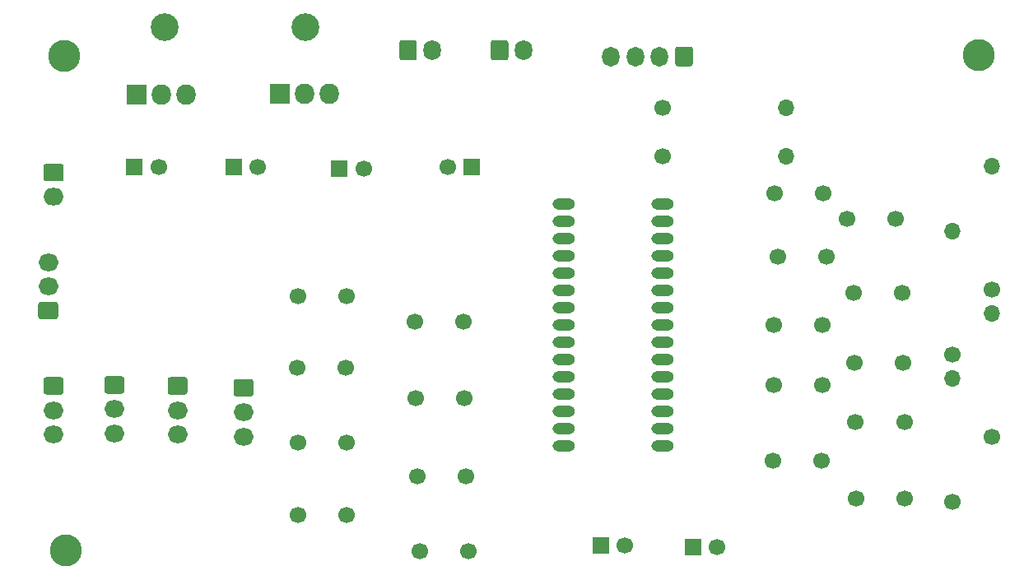
<source format=gbr>
%TF.GenerationSoftware,KiCad,Pcbnew,(5.1.6)-1*%
%TF.CreationDate,2020-09-04T13:31:07+05:30*%
%TF.ProjectId,tda7439,74646137-3433-4392-9e6b-696361645f70,rev?*%
%TF.SameCoordinates,Original*%
%TF.FileFunction,Soldermask,Bot*%
%TF.FilePolarity,Negative*%
%FSLAX46Y46*%
G04 Gerber Fmt 4.6, Leading zero omitted, Abs format (unit mm)*
G04 Created by KiCad (PCBNEW (5.1.6)-1) date 2020-09-04 13:31:07*
%MOMM*%
%LPD*%
G01*
G04 APERTURE LIST*
%ADD10C,2.848280*%
%ADD11O,2.050000X1.800000*%
%ADD12C,3.300000*%
%ADD13O,1.800000X2.050000*%
%ADD14C,1.700000*%
%ADD15R,1.700000X1.700000*%
%ADD16O,2.316000X1.208000*%
%ADD17O,2.100000X1.800000*%
%ADD18O,1.800000X2.100000*%
%ADD19O,1.700000X1.700000*%
%ADD20O,2.005000X2.100000*%
%ADD21R,2.005000X2.100000*%
G04 APERTURE END LIST*
D10*
%TO.C,hs_5770*%
X90250000Y-83176640D03*
%TD*%
%TO.C,hs_5770*%
X75750000Y-83201640D03*
%TD*%
%TO.C,J2*%
G36*
G01*
X64560294Y-113250000D02*
X63039706Y-113250000D01*
G75*
G02*
X62775000Y-112985294I0J264706D01*
G01*
X62775000Y-111714706D01*
G75*
G02*
X63039706Y-111450000I264706J0D01*
G01*
X64560294Y-111450000D01*
G75*
G02*
X64825000Y-111714706I0J-264706D01*
G01*
X64825000Y-112985294D01*
G75*
G02*
X64560294Y-113250000I-264706J0D01*
G01*
G37*
D11*
X63800000Y-109850000D03*
X63800000Y-107350000D03*
%TD*%
D12*
%TO.C,REF\u002A\u002A*%
X65450000Y-86100000D03*
%TD*%
%TO.C,REF\u002A\u002A*%
X65650000Y-137000000D03*
%TD*%
%TO.C,REF\u002A\u002A*%
X159500000Y-86050000D03*
%TD*%
%TO.C,J9*%
G36*
G01*
X130100000Y-85439706D02*
X130100000Y-86960294D01*
G75*
G02*
X129835294Y-87225000I-264706J0D01*
G01*
X128564706Y-87225000D01*
G75*
G02*
X128300000Y-86960294I0J264706D01*
G01*
X128300000Y-85439706D01*
G75*
G02*
X128564706Y-85175000I264706J0D01*
G01*
X129835294Y-85175000D01*
G75*
G02*
X130100000Y-85439706I0J-264706D01*
G01*
G37*
D13*
X126700000Y-86200000D03*
X124200000Y-86200000D03*
X121700000Y-86200000D03*
%TD*%
D14*
%TO.C,C12*%
X132600000Y-136650000D03*
D15*
X130100000Y-136650000D03*
%TD*%
%TO.C,C13*%
X120625000Y-136475000D03*
D14*
X123125000Y-136475000D03*
%TD*%
%TO.C,C14*%
X146900000Y-131700000D03*
X151900000Y-131700000D03*
%TD*%
%TO.C,C15*%
X143350000Y-127800000D03*
X138350000Y-127800000D03*
%TD*%
%TO.C,C16*%
X138850000Y-106800000D03*
X143850000Y-106800000D03*
%TD*%
%TO.C,C17*%
X151600000Y-110550000D03*
X146600000Y-110550000D03*
%TD*%
%TO.C,C18*%
X146000000Y-102900000D03*
X151000000Y-102900000D03*
%TD*%
%TO.C,C19*%
X146700000Y-117700000D03*
X151700000Y-117700000D03*
%TD*%
%TO.C,C20*%
X143450000Y-113800000D03*
X138450000Y-113800000D03*
%TD*%
%TO.C,C21*%
X146850000Y-123800000D03*
X151850000Y-123800000D03*
%TD*%
%TO.C,C22*%
X143400000Y-120000000D03*
X138400000Y-120000000D03*
%TD*%
%TO.C,C23*%
X143550000Y-100300000D03*
X138550000Y-100300000D03*
%TD*%
D16*
%TO.C,U2*%
X116820000Y-101354000D03*
X116820000Y-103132000D03*
X116820000Y-104910000D03*
X116820000Y-106688000D03*
X116820000Y-108466000D03*
X116820000Y-110244000D03*
X116820000Y-112022000D03*
X116820000Y-113800000D03*
X116820000Y-115578000D03*
X116820000Y-117356000D03*
X116820000Y-119134000D03*
X116820000Y-120912000D03*
X116820000Y-122690000D03*
X116820000Y-124468000D03*
X116820000Y-126246000D03*
X126980000Y-126246000D03*
X126980000Y-124468000D03*
X126980000Y-122690000D03*
X126980000Y-120912000D03*
X126980000Y-119134000D03*
X126980000Y-117356000D03*
X126980000Y-115578000D03*
X126980000Y-113800000D03*
X126980000Y-112022000D03*
X126980000Y-110244000D03*
X126980000Y-108466000D03*
X126980000Y-106688000D03*
X126980000Y-104910000D03*
X126980000Y-103132000D03*
X126980000Y-101354000D03*
%TD*%
D14*
%TO.C,C2*%
X89450000Y-125950000D03*
X94450000Y-125950000D03*
%TD*%
%TO.C,C3*%
X94400000Y-118200000D03*
X89400000Y-118200000D03*
%TD*%
%TO.C,C4*%
X101800000Y-129400000D03*
X106800000Y-129400000D03*
%TD*%
%TO.C,C5*%
X106500000Y-113500000D03*
X101500000Y-113500000D03*
%TD*%
%TO.C,C6*%
X89500000Y-133400000D03*
X94500000Y-133400000D03*
%TD*%
%TO.C,C7*%
X94500000Y-110900000D03*
X89500000Y-110900000D03*
%TD*%
%TO.C,C8*%
X102000000Y-137100000D03*
X107000000Y-137100000D03*
%TD*%
D15*
%TO.C,C10*%
X82850000Y-97600000D03*
D14*
X85350000Y-97600000D03*
%TD*%
D15*
%TO.C,C11*%
X107375000Y-97600000D03*
D14*
X104875000Y-97600000D03*
%TD*%
%TO.C,C25*%
X96225000Y-97725000D03*
D15*
X93725000Y-97725000D03*
%TD*%
D17*
%TO.C,J1*%
X64350000Y-100650000D03*
G36*
G01*
X63564706Y-97250000D02*
X65135294Y-97250000D01*
G75*
G02*
X65400000Y-97514706I0J-264706D01*
G01*
X65400000Y-98785294D01*
G75*
G02*
X65135294Y-99050000I-264706J0D01*
G01*
X63564706Y-99050000D01*
G75*
G02*
X63300000Y-98785294I0J264706D01*
G01*
X63300000Y-97514706D01*
G75*
G02*
X63564706Y-97250000I264706J0D01*
G01*
G37*
%TD*%
D11*
%TO.C,J3*%
X77100000Y-125100000D03*
X77100000Y-122600000D03*
G36*
G01*
X76339706Y-119200000D02*
X77860294Y-119200000D01*
G75*
G02*
X78125000Y-119464706I0J-264706D01*
G01*
X78125000Y-120735294D01*
G75*
G02*
X77860294Y-121000000I-264706J0D01*
G01*
X76339706Y-121000000D01*
G75*
G02*
X76075000Y-120735294I0J264706D01*
G01*
X76075000Y-119464706D01*
G75*
G02*
X76339706Y-119200000I264706J0D01*
G01*
G37*
%TD*%
%TO.C,J4*%
G36*
G01*
X69839706Y-119100000D02*
X71360294Y-119100000D01*
G75*
G02*
X71625000Y-119364706I0J-264706D01*
G01*
X71625000Y-120635294D01*
G75*
G02*
X71360294Y-120900000I-264706J0D01*
G01*
X69839706Y-120900000D01*
G75*
G02*
X69575000Y-120635294I0J264706D01*
G01*
X69575000Y-119364706D01*
G75*
G02*
X69839706Y-119100000I264706J0D01*
G01*
G37*
X70600000Y-122500000D03*
X70600000Y-125000000D03*
%TD*%
%TO.C,J5*%
G36*
G01*
X63589706Y-119200000D02*
X65110294Y-119200000D01*
G75*
G02*
X65375000Y-119464706I0J-264706D01*
G01*
X65375000Y-120735294D01*
G75*
G02*
X65110294Y-121000000I-264706J0D01*
G01*
X63589706Y-121000000D01*
G75*
G02*
X63325000Y-120735294I0J264706D01*
G01*
X63325000Y-119464706D01*
G75*
G02*
X63589706Y-119200000I264706J0D01*
G01*
G37*
X64350000Y-122600000D03*
X64350000Y-125100000D03*
%TD*%
%TO.C,J6*%
X83900000Y-125300000D03*
X83900000Y-122800000D03*
G36*
G01*
X83139706Y-119400000D02*
X84660294Y-119400000D01*
G75*
G02*
X84925000Y-119664706I0J-264706D01*
G01*
X84925000Y-120935294D01*
G75*
G02*
X84660294Y-121200000I-264706J0D01*
G01*
X83139706Y-121200000D01*
G75*
G02*
X82875000Y-120935294I0J264706D01*
G01*
X82875000Y-119664706D01*
G75*
G02*
X83139706Y-119400000I264706J0D01*
G01*
G37*
%TD*%
%TO.C,J7*%
G36*
G01*
X109325000Y-86335294D02*
X109325000Y-84764706D01*
G75*
G02*
X109589706Y-84500000I264706J0D01*
G01*
X110860294Y-84500000D01*
G75*
G02*
X111125000Y-84764706I0J-264706D01*
G01*
X111125000Y-86335294D01*
G75*
G02*
X110860294Y-86600000I-264706J0D01*
G01*
X109589706Y-86600000D01*
G75*
G02*
X109325000Y-86335294I0J264706D01*
G01*
G37*
D18*
X112725000Y-85550000D03*
%TD*%
%TO.C,J8*%
G36*
G01*
X99925000Y-86335294D02*
X99925000Y-84764706D01*
G75*
G02*
X100189706Y-84500000I264706J0D01*
G01*
X101460294Y-84500000D01*
G75*
G02*
X101725000Y-84764706I0J-264706D01*
G01*
X101725000Y-86335294D01*
G75*
G02*
X101460294Y-86600000I-264706J0D01*
G01*
X100189706Y-86600000D01*
G75*
G02*
X99925000Y-86335294I0J264706D01*
G01*
G37*
X103325000Y-85550000D03*
%TD*%
D14*
%TO.C,R1*%
X156775000Y-132025000D03*
D19*
X156775000Y-119325000D03*
%TD*%
%TO.C,R2*%
X160850000Y-97500000D03*
D14*
X160850000Y-110200000D03*
%TD*%
D19*
%TO.C,R3*%
X139700000Y-96475000D03*
D14*
X127000000Y-96475000D03*
%TD*%
%TO.C,R4*%
X127000000Y-91500000D03*
D19*
X139700000Y-91500000D03*
%TD*%
D14*
%TO.C,R5*%
X156800000Y-116900000D03*
D19*
X156800000Y-104200000D03*
%TD*%
%TO.C,R6*%
X160850000Y-112600000D03*
D14*
X160850000Y-125300000D03*
%TD*%
D20*
%TO.C,U1*%
X77950000Y-90125000D03*
X75410000Y-90125000D03*
D21*
X72870000Y-90125000D03*
%TD*%
%TO.C,U4*%
X87595000Y-90025000D03*
D20*
X90135000Y-90025000D03*
X92675000Y-90025000D03*
%TD*%
D14*
%TO.C,C1*%
X101600000Y-121400000D03*
X106600000Y-121400000D03*
%TD*%
D15*
%TO.C,C9*%
X72675000Y-97600000D03*
D14*
X75175000Y-97600000D03*
%TD*%
M02*

</source>
